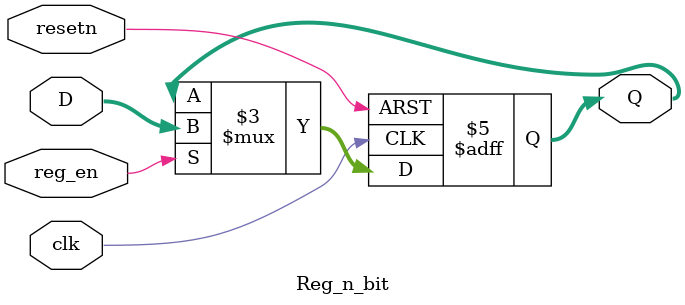
<source format=sv>
module Reg_n_bit #(
    parameter n = 8
) (
    input clk,
    input resetn,
    input reg_en,
    input [n-1:0] D,
    output logic [n-1:0] Q
);

  always @(posedge clk or negedge resetn) begin

    if (~resetn) Q <= 'b0;
    else if (reg_en) Q <= D;

  end



endmodule

</source>
